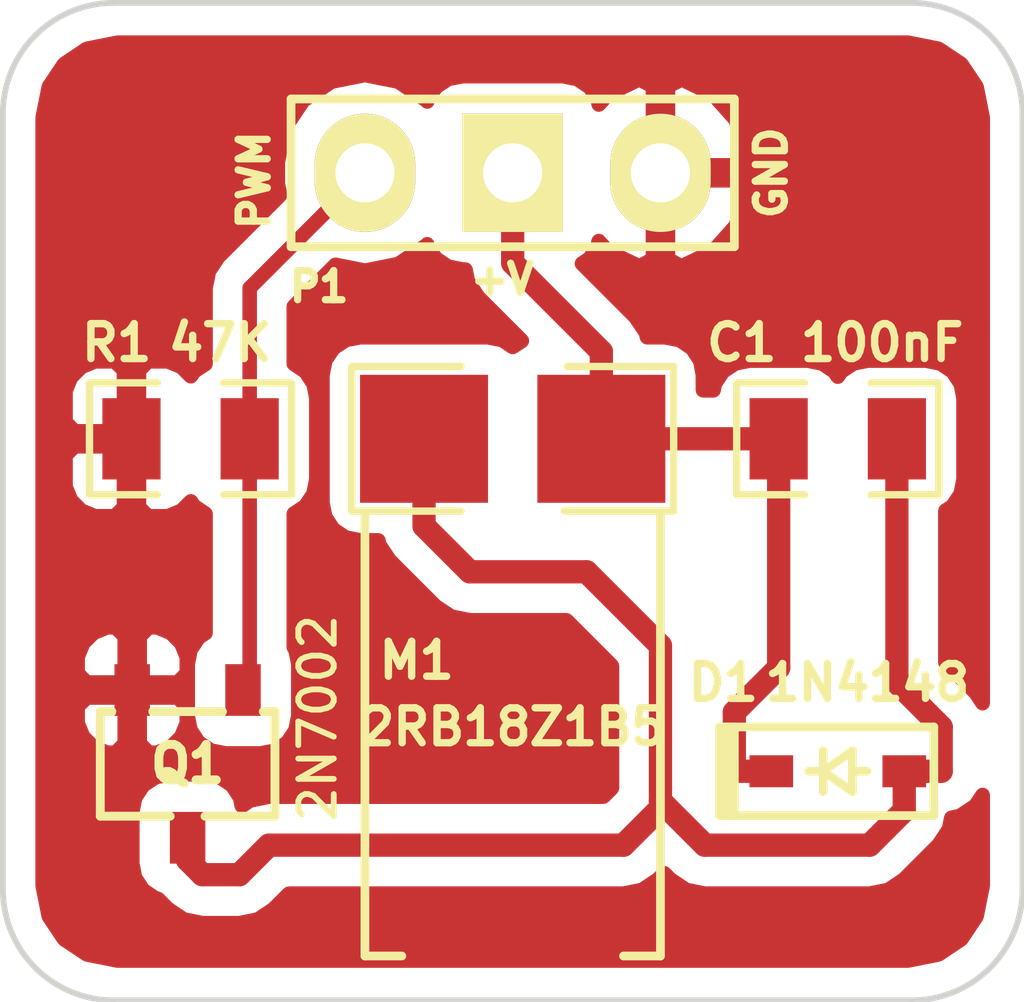
<source format=kicad_pcb>
(kicad_pcb (version 4) (host pcbnew 0.201505162027+5655~23~ubuntu14.04.1-product)

  (general
    (links 10)
    (no_connects 0)
    (area 155.778999 61.544999 173.405001 78.790001)
    (thickness 1.6)
    (drawings 8)
    (tracks 39)
    (zones 0)
    (modules 6)
    (nets 5)
  )

  (page A4)
  (layers
    (0 F.Cu signal)
    (31 B.Cu signal)
    (32 B.Adhes user)
    (33 F.Adhes user)
    (34 B.Paste user)
    (35 F.Paste user)
    (36 B.SilkS user)
    (37 F.SilkS user)
    (38 B.Mask user)
    (39 F.Mask user)
    (40 Dwgs.User user)
    (41 Cmts.User user)
    (42 Eco1.User user)
    (43 Eco2.User user)
    (44 Edge.Cuts user)
    (45 Margin user)
    (46 B.CrtYd user)
    (47 F.CrtYd user)
    (48 B.Fab user)
    (49 F.Fab user)
  )

  (setup
    (last_trace_width 0.25)
    (trace_clearance 0.2)
    (zone_clearance 0.508)
    (zone_45_only no)
    (trace_min 0.2)
    (segment_width 0.2)
    (edge_width 0.1)
    (via_size 0.6)
    (via_drill 0.4)
    (via_min_size 0.4)
    (via_min_drill 0.3)
    (uvia_size 0.3)
    (uvia_drill 0.1)
    (uvias_allowed no)
    (uvia_min_size 0.2)
    (uvia_min_drill 0.1)
    (pcb_text_width 0.3)
    (pcb_text_size 1.5 1.5)
    (mod_edge_width 0.15)
    (mod_text_size 1 1)
    (mod_text_width 0.15)
    (pad_size 1.5 1.5)
    (pad_drill 0.6)
    (pad_to_mask_clearance 0)
    (aux_axis_origin 167.132 64.643)
    (visible_elements FFFFFF7F)
    (pcbplotparams
      (layerselection 0x01020_00000001)
      (usegerberextensions false)
      (excludeedgelayer true)
      (linewidth 0.100000)
      (plotframeref false)
      (viasonmask false)
      (mode 1)
      (useauxorigin false)
      (hpglpennumber 1)
      (hpglpenspeed 20)
      (hpglpendiameter 15)
      (hpglpenoverlay 2)
      (psnegative false)
      (psa4output false)
      (plotreference true)
      (plotvalue true)
      (plotinvisibletext false)
      (padsonsilk false)
      (subtractmaskfromsilk false)
      (outputformat 1)
      (mirror false)
      (drillshape 0)
      (scaleselection 1)
      (outputdirectory gerbers/))
  )

  (net 0 "")
  (net 1 "Net-(C1-Pad2)")
  (net 2 GND)
  (net 3 +5V)
  (net 4 "Net-(P1-Pad3)")

  (net_class Default "This is the default net class."
    (clearance 0.2)
    (trace_width 0.25)
    (via_dia 0.6)
    (via_drill 0.4)
    (uvia_dia 0.3)
    (uvia_drill 0.1)
    (add_net "Net-(P1-Pad3)")
  )

  (net_class Power ""
    (clearance 0.2)
    (trace_width 0.4)
    (via_dia 0.6)
    (via_drill 0.4)
    (uvia_dia 0.3)
    (uvia_drill 0.1)
    (add_net +5V)
    (add_net GND)
    (add_net "Net-(C1-Pad2)")
  )

  (module Vibration_motor (layer F.Cu) (tedit 555B8614) (tstamp 5540F8A3)
    (at 164.592 69.088 180)
    (path /5540F19B)
    (attr smd)
    (fp_text reference M1 (at 1.651 -3.81 360) (layer F.SilkS)
      (effects (font (size 0.6 0.6) (thickness 0.127)))
    )
    (fp_text value 2RB18Z1B5 (at 0 -4.953 360) (layer F.SilkS)
      (effects (font (size 0.6 0.6) (thickness 0.127)))
    )
    (fp_line (start -2.54 -8.89) (end -2.54 -1.27) (layer F.SilkS) (width 0.15))
    (fp_line (start 2.54 -8.89) (end 2.54 -1.27) (layer F.SilkS) (width 0.15))
    (fp_line (start -1.905 -8.89) (end -2.54 -8.89) (layer F.SilkS) (width 0.15))
    (fp_line (start 1.905 -8.89) (end 2.54 -8.89) (layer F.SilkS) (width 0.15))
    (fp_line (start -2.767 -1.243) (end -2.767 1.243) (layer F.SilkS) (width 0.127))
    (fp_line (start -2.74 1.243) (end -0.939 1.243) (layer F.SilkS) (width 0.127))
    (fp_line (start 0.889 -1.243) (end 2.74 -1.243) (layer F.SilkS) (width 0.127))
    (fp_line (start 2.767 -1.243) (end 2.767 1.243) (layer F.SilkS) (width 0.127))
    (fp_line (start 2.74 1.243) (end 0.889 1.243) (layer F.SilkS) (width 0.127))
    (fp_line (start -0.889 -1.243) (end -2.74 -1.243) (layer F.SilkS) (width 0.127))
    (pad 1 smd rect (at -1.524 0 180) (size 2.2 2.2) (layers F.Cu F.Paste F.Mask)
      (net 3 +5V))
    (pad 2 smd rect (at 1.524 0 180) (size 2.2 2.2) (layers F.Cu F.Paste F.Mask)
      (net 1 "Net-(C1-Pad2)"))
    (model smd/chip_cms.wrl
      (at (xyz 0 0 0))
      (scale (xyz 0.17 0.16 0.16))
      (rotate (xyz 0 0 0))
    )
  )

  (module Pin_Header_Straight_1x03_MOD (layer F.Cu) (tedit 555B6F44) (tstamp 555B6B60)
    (at 167.132 64.516 270)
    (descr "Through hole pin header")
    (tags "pin header")
    (path /553FC63F)
    (fp_text reference P1 (at 1.9558 5.8674 360) (layer F.SilkS)
      (effects (font (size 0.5 0.5) (thickness 0.125)))
    )
    (fp_text value CONN (at 0 -3.1 270) (layer F.Fab) hide
      (effects (font (size 1 1) (thickness 0.15)))
    )
    (fp_line (start 1.27 -1.27) (end 1.27 1.27) (layer F.SilkS) (width 0.15))
    (fp_line (start -1.27 1.27) (end -1.27 -1.27) (layer F.SilkS) (width 0.15))
    (fp_text user PWM (at 0.127 6.985 450) (layer F.SilkS)
      (effects (font (size 0.5 0.5) (thickness 0.125)))
    )
    (fp_text user +V (at 1.8288 2.7178 360) (layer F.SilkS)
      (effects (font (size 0.5 0.5) (thickness 0.125)))
    )
    (fp_text user GND (at 0 -1.905 450) (layer F.SilkS)
      (effects (font (size 0.5 0.5) (thickness 0.125)))
    )
    (fp_line (start -1.75 -1.75) (end -1.75 6.85) (layer F.CrtYd) (width 0.05))
    (fp_line (start 1.75 -1.75) (end 1.75 6.85) (layer F.CrtYd) (width 0.05))
    (fp_line (start -1.75 -1.75) (end 1.75 -1.75) (layer F.CrtYd) (width 0.05))
    (fp_line (start -1.75 6.85) (end 1.75 6.85) (layer F.CrtYd) (width 0.05))
    (fp_line (start -1.27 1.27) (end -1.27 6.35) (layer F.SilkS) (width 0.15))
    (fp_line (start -1.27 6.35) (end 1.27 6.35) (layer F.SilkS) (width 0.15))
    (fp_line (start 1.27 6.35) (end 1.27 1.27) (layer F.SilkS) (width 0.15))
    (fp_line (start 1.27 -1.27) (end -1.27 -1.27) (layer F.SilkS) (width 0.15))
    (pad 1 thru_hole oval (at 0 0 270) (size 2.032 1.7272) (drill 1.016) (layers *.Cu *.Mask F.SilkS)
      (net 2 GND))
    (pad 2 thru_hole rect (at 0 2.54 270) (size 2.032 1.7272) (drill 1.016) (layers *.Cu *.Mask F.SilkS)
      (net 3 +5V))
    (pad 3 thru_hole oval (at 0 5.08 270) (size 2.032 1.7272) (drill 1.016) (layers *.Cu *.Mask F.SilkS)
      (net 4 "Net-(P1-Pad3)"))
    (model Pin_Headers.3dshapes/Pin_Header_Straight_1x03.wrl
      (at (xyz 0 -0.1 0))
      (scale (xyz 1 1 1))
      (rotate (xyz 0 0 90))
    )
  )

  (module "module library:SMD0805" (layer F.Cu) (tedit 555201EF) (tstamp 5551F689)
    (at 170.18 69.088)
    (path /553FB5F0)
    (attr smd)
    (fp_text reference C1 (at -1.651 -1.651 180) (layer F.SilkS)
      (effects (font (size 0.6 0.6) (thickness 0.127)))
    )
    (fp_text value 100nF (at 0.762 -1.651 180) (layer F.SilkS)
      (effects (font (size 0.6 0.6) (thickness 0.127)))
    )
    (fp_line (start -0.5715 0.962) (end -1.7335 0.962) (layer F.SilkS) (width 0.127))
    (fp_line (start -1.7375 0.95) (end -1.7375 -0.962) (layer F.SilkS) (width 0.127))
    (fp_line (start -1.7335 -0.962) (end -0.5715 -0.962) (layer F.SilkS) (width 0.127))
    (fp_line (start 0.5715 -0.962) (end 1.7335 -0.962) (layer F.SilkS) (width 0.127))
    (fp_line (start 1.7375 -0.962) (end 1.7375 0.95) (layer F.SilkS) (width 0.127))
    (fp_line (start 1.7335 0.962) (end 0.5715 0.962) (layer F.SilkS) (width 0.127))
    (pad 1 smd rect (at -1.016 0) (size 1 1.397) (layers F.Cu F.Paste F.Mask)
      (net 3 +5V))
    (pad 2 smd rect (at 1.016 0) (size 1 1.397) (layers F.Cu F.Paste F.Mask)
      (net 1 "Net-(C1-Pad2)"))
    (model smd/chip_cms.wrl
      (at (xyz 0 0 0))
      (scale (xyz 0.1 0.1 0.1))
      (rotate (xyz 0 0 0))
    )
  )

  (module "module library:SMD0805" (layer F.Cu) (tedit 55520218) (tstamp 5551F6DD)
    (at 159.0548 69.088 180)
    (path /553FB565)
    (attr smd)
    (fp_text reference R1 (at 1.27 1.651 360) (layer F.SilkS)
      (effects (font (size 0.6 0.6) (thickness 0.127)))
    )
    (fp_text value 47K (at -0.508 1.651 360) (layer F.SilkS)
      (effects (font (size 0.6 0.6) (thickness 0.127)))
    )
    (fp_line (start -0.5715 0.962) (end -1.7335 0.962) (layer F.SilkS) (width 0.127))
    (fp_line (start -1.7375 0.95) (end -1.7375 -0.962) (layer F.SilkS) (width 0.127))
    (fp_line (start -1.7335 -0.962) (end -0.5715 -0.962) (layer F.SilkS) (width 0.127))
    (fp_line (start 0.5715 -0.962) (end 1.7335 -0.962) (layer F.SilkS) (width 0.127))
    (fp_line (start 1.7375 -0.962) (end 1.7375 0.95) (layer F.SilkS) (width 0.127))
    (fp_line (start 1.7335 0.962) (end 0.5715 0.962) (layer F.SilkS) (width 0.127))
    (pad 1 smd rect (at -1.016 0 180) (size 1 1.397) (layers F.Cu F.Paste F.Mask)
      (net 4 "Net-(P1-Pad3)"))
    (pad 2 smd rect (at 1.016 0 180) (size 1 1.397) (layers F.Cu F.Paste F.Mask)
      (net 2 GND))
    (model smd/chip_cms.wrl
      (at (xyz 0 0 0))
      (scale (xyz 0.1 0.1 0.1))
      (rotate (xyz 0 0 0))
    )
  )

  (module "module library:SOD-323" (layer F.Cu) (tedit 55520412) (tstamp 5551FB8B)
    (at 170.18 74.803)
    (descr SOD-323)
    (tags SOD-323)
    (path /5540F39F)
    (attr smd)
    (fp_text reference D1 (at -1.9685 -1.524) (layer F.SilkS)
      (effects (font (size 0.6 0.6) (thickness 0.127)))
    )
    (fp_text value 1N4148 (at 0.508 -1.524) (layer F.SilkS)
      (effects (font (size 0.6 0.6) (thickness 0.127)))
    )
    (fp_line (start -2.032 -0.762) (end -1.778 -0.762) (layer F.SilkS) (width 0.15))
    (fp_line (start -2.032 -0.762) (end -2.032 0.762) (layer F.SilkS) (width 0.15))
    (fp_line (start -1.905 0.762) (end -1.905 -0.762) (layer F.SilkS) (width 0.15))
    (fp_line (start -1.778 -0.762) (end -1.778 0.762) (layer F.SilkS) (width 0.15))
    (fp_line (start 1.651 -0.762) (end 1.651 0.762) (layer F.SilkS) (width 0.15))
    (fp_line (start -1.905 -0.762) (end 1.651 -0.762) (layer F.SilkS) (width 0.15))
    (fp_line (start 1.651 0.762) (end -2.032 0.762) (layer F.SilkS) (width 0.15))
    (fp_line (start 0.25 0) (end 0.5 0) (layer F.SilkS) (width 0.15))
    (fp_line (start -0.25 0) (end -0.5 0) (layer F.SilkS) (width 0.15))
    (fp_line (start -0.25 0) (end 0.25 -0.35) (layer F.SilkS) (width 0.15))
    (fp_line (start 0.25 -0.35) (end 0.25 0.35) (layer F.SilkS) (width 0.15))
    (fp_line (start 0.25 0.35) (end -0.25 0) (layer F.SilkS) (width 0.15))
    (fp_line (start -0.25 -0.35) (end -0.25 0.35) (layer F.SilkS) (width 0.15))
    (fp_line (start -1.6905 -0.95) (end 1.63 -0.95) (layer F.CrtYd) (width 0.05))
    (fp_line (start 1.627 -0.95) (end 1.627 0.95) (layer F.CrtYd) (width 0.05))
    (fp_line (start -1.6905 0.95) (end 1.63 0.95) (layer F.CrtYd) (width 0.05))
    (fp_line (start -1.6905 -0.95) (end -1.6905 0.95) (layer F.CrtYd) (width 0.05))
    (pad 1 smd rect (at -1.143 0) (size 0.75 0.55) (layers F.Cu F.Paste F.Mask)
      (net 3 +5V))
    (pad 2 smd rect (at 1.143 0) (size 0.75 0.55) (layers F.Cu F.Paste F.Mask)
      (net 1 "Net-(C1-Pad2)"))
  )

  (module "module library:SOT23-5_MOD_PINOUT" (layer F.Cu) (tedit 555B8867) (tstamp 555206F9)
    (at 159.004 74.676 180)
    (tags SOT23-5_Opendous)
    (path /553FBAA5)
    (attr smd)
    (fp_text reference Q1 (at 0 0 180) (layer F.SilkS)
      (effects (font (size 0.6096 0.6096) (thickness 0.1524)))
    )
    (fp_text value 2N7002 (at -2.2352 0.7874 450) (layer F.SilkS)
      (effects (font (size 0.6096 0.6096) (thickness 0.1)))
    )
    (fp_line (start -0.59944 0.89916) (end 0.59944 0.89916) (layer F.SilkS) (width 0.1524))
    (fp_line (start -1.30048 -0.89916) (end -0.29972 -0.89916) (layer F.SilkS) (width 0.1524))
    (fp_line (start 1.30048 -0.89916) (end 0.29972 -0.89916) (layer F.SilkS) (width 0.1524))
    (fp_line (start -1.50114 -0.89916) (end -1.30048 -0.89916) (layer F.SilkS) (width 0.1524))
    (fp_line (start -1.50114 -0.89916) (end -1.50114 0.89916) (layer F.SilkS) (width 0.1524))
    (fp_line (start -1.50114 0.89916) (end -1.30048 0.89916) (layer F.SilkS) (width 0.1524))
    (fp_line (start 1.50114 0.89916) (end 1.30048 0.89916) (layer F.SilkS) (width 0.1524))
    (fp_line (start 1.50114 -0.89916) (end 1.30048 -0.89916) (layer F.SilkS) (width 0.1524))
    (fp_line (start 1.50114 0.89916) (end 1.50114 -0.89916) (layer F.SilkS) (width 0.1524))
    (pad 3 smd rect (at 0.9525 1.27 180) (size 0.6096 0.889) (layers F.Cu F.Paste F.Mask)
      (net 2 GND))
    (pad 2 smd rect (at -0.9525 1.27 180) (size 0.6096 0.889) (layers F.Cu F.Paste F.Mask)
      (net 4 "Net-(P1-Pad3)"))
    (pad 1 smd rect (at 0 -1.27 180) (size 0.6096 0.889) (layers F.Cu F.Paste F.Mask)
      (net 1 "Net-(C1-Pad2)"))
    (model techno/SOT23_6.wrl
      (at (xyz 0 0 0.001))
      (scale (xyz 0.3937 0.3937 0.3937))
      (rotate (xyz -90 0 0))
    )
  )

  (gr_line (start 171.45 78.74) (end 157.734 78.74) (angle 90) (layer Edge.Cuts) (width 0.1))
  (gr_line (start 157.734 61.595) (end 171.45 61.595) (angle 90) (layer Edge.Cuts) (width 0.1))
  (gr_line (start 155.829 63.5) (end 155.829 76.835) (angle 90) (layer Edge.Cuts) (width 0.1))
  (gr_line (start 173.355 63.5) (end 173.355 76.835) (angle 90) (layer Edge.Cuts) (width 0.1))
  (gr_arc (start 157.734 76.835) (end 157.734 78.74) (angle 90) (layer Edge.Cuts) (width 0.1))
  (gr_arc (start 171.45 76.835) (end 173.355 76.835) (angle 90) (layer Edge.Cuts) (width 0.1))
  (gr_arc (start 157.734 63.5) (end 155.829 63.5) (angle 90) (layer Edge.Cuts) (width 0.1))
  (gr_arc (start 171.45 63.5) (end 171.45 61.595) (angle 90) (layer Edge.Cuts) (width 0.1))

  (segment (start 171.323 74.803) (end 171.196 74.803) (width 0.4) (layer F.Cu) (net 1))
  (segment (start 171.958 74.803) (end 171.323 74.803) (width 0.4) (layer F.Cu) (net 1))
  (segment (start 171.958 74.041) (end 171.958 74.803) (width 0.4) (layer F.Cu) (net 1))
  (segment (start 171.196 73.279) (end 171.958 74.041) (width 0.4) (layer F.Cu) (net 1))
  (segment (start 171.196 69.088) (end 171.196 73.279) (width 0.4) (layer F.Cu) (net 1))
  (segment (start 170.728 76.073) (end 171.323 75.478) (width 0.4) (layer F.Cu) (net 1))
  (segment (start 167.894 76.073) (end 170.728 76.073) (width 0.4) (layer F.Cu) (net 1))
  (segment (start 171.323 75.478) (end 171.323 74.803) (width 0.4) (layer F.Cu) (net 1))
  (segment (start 167.132 75.311) (end 167.894 76.073) (width 0.4) (layer F.Cu) (net 1))
  (segment (start 165.862 71.374) (end 167.132 72.644) (width 0.4) (layer F.Cu) (net 1))
  (segment (start 163.854 71.374) (end 165.862 71.374) (width 0.4) (layer F.Cu) (net 1))
  (segment (start 167.132 72.644) (end 167.132 75.311) (width 0.4) (layer F.Cu) (net 1))
  (segment (start 163.068 70.588) (end 163.854 71.374) (width 0.4) (layer F.Cu) (net 1))
  (segment (start 163.068 69.088) (end 163.068 70.588) (width 0.4) (layer F.Cu) (net 1))
  (segment (start 167.132 75.311) (end 167.132 75.438) (width 0.4) (layer F.Cu) (net 1))
  (segment (start 167.132 75.438) (end 166.497 76.073) (width 0.4) (layer F.Cu) (net 1))
  (segment (start 166.497 76.073) (end 160.401 76.073) (width 0.4) (layer F.Cu) (net 1))
  (segment (start 160.401 76.073) (end 159.893 76.581) (width 0.4) (layer F.Cu) (net 1))
  (segment (start 159.004 75.946) (end 159.004 76.327) (width 0.4) (layer F.Cu) (net 1))
  (segment (start 159.258 76.581) (end 159.893 76.581) (width 0.4) (layer F.Cu) (net 1))
  (segment (start 159.004 76.327) (end 159.258 76.581) (width 0.4) (layer F.Cu) (net 1))
  (segment (start 158.0515 73.406) (end 158.0515 69.1007) (width 0.4) (layer F.Cu) (net 2))
  (segment (start 158.0515 69.1007) (end 158.0388 69.088) (width 0.4) (layer F.Cu) (net 2) (tstamp 5558BC80))
  (segment (start 157.988 73.3425) (end 158.0515 73.406) (width 0.4) (layer F.Cu) (net 2) (tstamp 55588DE0))
  (segment (start 157.988 73.3425) (end 158.0515 73.406) (width 0.4) (layer F.Cu) (net 2) (tstamp 55520079))
  (segment (start 169.164 73.025) (end 168.402 73.787) (width 0.4) (layer F.Cu) (net 3) (tstamp 5552003D))
  (segment (start 168.402 73.787) (end 168.402 74.803) (width 0.4) (layer F.Cu) (net 3) (tstamp 5552003E))
  (segment (start 168.402 74.803) (end 169.037 74.803) (width 0.4) (layer F.Cu) (net 3) (tstamp 5552003F))
  (segment (start 166.116 69.088) (end 169.164 69.088) (width 0.4) (layer F.Cu) (net 3))
  (segment (start 169.164 69.088) (end 169.164 73.025) (width 0.4) (layer F.Cu) (net 3))
  (segment (start 164.592 66.0654) (end 166.116 67.5894) (width 0.4) (layer F.Cu) (net 3) (tstamp 555B6CB8))
  (segment (start 166.116 67.5894) (end 166.116 69.088) (width 0.4) (layer F.Cu) (net 3) (tstamp 555B6CBA))
  (segment (start 164.592 64.516) (end 164.592 66.0654) (width 0.4) (layer F.Cu) (net 3))
  (segment (start 160.0708 69.088) (end 160.0708 73.2917) (width 0.25) (layer F.Cu) (net 4))
  (segment (start 160.0708 73.2917) (end 159.9565 73.406) (width 0.25) (layer F.Cu) (net 4) (tstamp 5558BC7C))
  (segment (start 160.02 73.3425) (end 159.9565 73.406) (width 0.25) (layer F.Cu) (net 4) (tstamp 55588DDD))
  (segment (start 160.02 73.3425) (end 159.9565 73.406) (width 0.25) (layer F.Cu) (net 4) (tstamp 5552007C))
  (segment (start 160.0708 66.4972) (end 162.052 64.516) (width 0.25) (layer F.Cu) (net 4) (tstamp 555B6CB0))
  (segment (start 160.0708 69.088) (end 160.0708 66.4972) (width 0.25) (layer F.Cu) (net 4))

  (zone (net 2) (net_name GND) (layer F.Cu) (tstamp 554144DE) (hatch edge 0.508)
    (connect_pads (clearance 0.508))
    (min_thickness 0.254)
    (fill yes (arc_segments 16) (thermal_gap 0.508) (thermal_bridge_width 0.508))
    (polygon
      (pts
        (xy 157.607 61.722) (xy 157.353 61.722) (xy 156.972 61.849) (xy 156.591 62.103) (xy 156.337 62.357)
        (xy 156.083 62.738) (xy 155.956 63.119) (xy 155.956 63.373) (xy 155.956 77.089) (xy 156.083 77.5335)
        (xy 156.2735 77.851) (xy 156.464 78.105) (xy 156.7815 78.359) (xy 157.1625 78.5495) (xy 157.48 78.613)
        (xy 171.577 78.613) (xy 171.958 78.5495) (xy 172.2755 78.4225) (xy 172.593 78.232) (xy 172.847 77.978)
        (xy 173.0375 77.6605) (xy 173.1645 77.343) (xy 173.228 77.1525) (xy 173.228 63.1825) (xy 173.101 62.8015)
        (xy 172.9105 62.484) (xy 172.6565 62.1665) (xy 172.2755 61.9125) (xy 171.831 61.722) (xy 157.607 61.722)
      )
    )
    (filled_polygon
      (pts
        (xy 172.67 76.767534) (xy 172.564735 77.296738) (xy 172.303181 77.688179) (xy 171.911738 77.949734) (xy 171.382533 78.055)
        (xy 157.9245 78.055) (xy 157.9245 74.32675) (xy 157.9245 73.533) (xy 157.9245 73.279) (xy 157.9245 72.48525)
        (xy 157.9118 72.47255) (xy 157.9118 70.26275) (xy 157.9118 69.215) (xy 157.9118 68.961) (xy 157.9118 67.91325)
        (xy 157.75305 67.7545) (xy 157.412491 67.7545) (xy 157.179102 67.851173) (xy 157.000473 68.029801) (xy 156.9038 68.26319)
        (xy 156.9038 68.515809) (xy 156.9038 68.80225) (xy 157.06255 68.961) (xy 157.9118 68.961) (xy 157.9118 69.215)
        (xy 157.06255 69.215) (xy 156.9038 69.37375) (xy 156.9038 69.660191) (xy 156.9038 69.91281) (xy 157.000473 70.146199)
        (xy 157.179102 70.324827) (xy 157.412491 70.4215) (xy 157.75305 70.4215) (xy 157.9118 70.26275) (xy 157.9118 72.47255)
        (xy 157.76575 72.3265) (xy 157.620391 72.3265) (xy 157.387002 72.423173) (xy 157.208373 72.601801) (xy 157.1117 72.83519)
        (xy 157.1117 73.087809) (xy 157.1117 73.12025) (xy 157.27045 73.279) (xy 157.9245 73.279) (xy 157.9245 73.533)
        (xy 157.27045 73.533) (xy 157.1117 73.69175) (xy 157.1117 73.724191) (xy 157.1117 73.97681) (xy 157.208373 74.210199)
        (xy 157.387002 74.388827) (xy 157.620391 74.4855) (xy 157.76575 74.4855) (xy 157.9245 74.32675) (xy 157.9245 78.055)
        (xy 157.801465 78.055) (xy 157.272261 77.949735) (xy 156.88082 77.688181) (xy 156.619265 77.296738) (xy 156.514 76.767533)
        (xy 156.514 63.567466) (xy 156.619265 63.038261) (xy 156.88082 62.646818) (xy 157.272261 62.385264) (xy 157.801465 62.28)
        (xy 171.382533 62.28) (xy 171.911738 62.385265) (xy 172.303181 62.64682) (xy 172.564735 63.038261) (xy 172.67 63.567465)
        (xy 172.67 73.632501) (xy 172.548434 73.450566) (xy 172.031 72.933132) (xy 172.031 70.325952) (xy 172.150927 70.247173)
        (xy 172.293377 70.03614) (xy 172.34344 69.7865) (xy 172.34344 68.3895) (xy 172.296463 68.147377) (xy 172.156673 67.934573)
        (xy 171.94564 67.792123) (xy 171.696 67.74206) (xy 170.696 67.74206) (xy 170.453877 67.789037) (xy 170.241073 67.928827)
        (xy 170.180168 68.019054) (xy 170.124673 67.934573) (xy 169.91364 67.792123) (xy 169.664 67.74206) (xy 168.664 67.74206)
        (xy 168.617184 67.751143) (xy 168.617184 64.877913) (xy 168.617184 64.154087) (xy 168.423954 63.60168) (xy 168.034036 63.165268)
        (xy 167.506791 62.911291) (xy 167.491026 62.908642) (xy 167.259 63.029783) (xy 167.259 64.389) (xy 168.472924 64.389)
        (xy 168.617184 64.154087) (xy 168.617184 64.877913) (xy 168.472924 64.643) (xy 167.259 64.643) (xy 167.259 66.002217)
        (xy 167.491026 66.123358) (xy 167.506791 66.120709) (xy 168.034036 65.866732) (xy 168.423954 65.43032) (xy 168.617184 64.877913)
        (xy 168.617184 67.751143) (xy 168.421877 67.789037) (xy 168.209073 67.928827) (xy 168.066623 68.13986) (xy 168.043933 68.253)
        (xy 167.86344 68.253) (xy 167.86344 67.988) (xy 167.816463 67.745877) (xy 167.676673 67.533073) (xy 167.46564 67.390623)
        (xy 167.216 67.34056) (xy 166.901502 67.34056) (xy 166.887439 67.26986) (xy 166.887439 67.269859) (xy 166.706434 66.998966)
        (xy 165.78355 66.076082) (xy 165.910527 65.992673) (xy 166.052977 65.78164) (xy 166.071483 65.689354) (xy 166.229964 65.866732)
        (xy 166.757209 66.120709) (xy 166.772974 66.123358) (xy 167.005 66.002217) (xy 167.005 64.643) (xy 166.985 64.643)
        (xy 166.985 64.389) (xy 167.005 64.389) (xy 167.005 63.029783) (xy 166.772974 62.908642) (xy 166.757209 62.911291)
        (xy 166.229964 63.165268) (xy 166.072326 63.341701) (xy 166.056063 63.257877) (xy 165.916273 63.045073) (xy 165.70524 62.902623)
        (xy 165.4556 62.85256) (xy 163.7284 62.85256) (xy 163.486277 62.899537) (xy 163.273473 63.039327) (xy 163.131023 63.25036)
        (xy 163.123281 63.288962) (xy 163.11167 63.271585) (xy 162.625489 62.946729) (xy 162.052 62.832655) (xy 161.478511 62.946729)
        (xy 160.99233 63.271585) (xy 160.667474 63.757766) (xy 160.5534 64.331255) (xy 160.5534 64.700745) (xy 160.593061 64.900136)
        (xy 159.533399 65.959799) (xy 159.368652 66.206361) (xy 159.3108 66.4972) (xy 159.3108 67.80078) (xy 159.115873 67.928827)
        (xy 159.059567 68.012241) (xy 158.898498 67.851173) (xy 158.665109 67.7545) (xy 158.32455 67.7545) (xy 158.1658 67.91325)
        (xy 158.1658 68.961) (xy 158.1858 68.961) (xy 158.1858 69.215) (xy 158.1658 69.215) (xy 158.1658 70.26275)
        (xy 158.32455 70.4215) (xy 158.665109 70.4215) (xy 158.898498 70.324827) (xy 159.059289 70.164036) (xy 159.110127 70.241427)
        (xy 159.3108 70.376883) (xy 159.3108 72.425923) (xy 159.196773 72.500827) (xy 159.054323 72.71186) (xy 159.00426 72.9615)
        (xy 159.00426 73.8505) (xy 159.051237 74.092623) (xy 159.191027 74.305427) (xy 159.40206 74.447877) (xy 159.6517 74.49794)
        (xy 160.2613 74.49794) (xy 160.503423 74.450963) (xy 160.716227 74.311173) (xy 160.858677 74.10014) (xy 160.90874 73.8505)
        (xy 160.90874 72.9615) (xy 160.861763 72.719377) (xy 160.8308 72.672241) (xy 160.8308 70.375219) (xy 161.025727 70.247173)
        (xy 161.168177 70.03614) (xy 161.21824 69.7865) (xy 161.21824 68.3895) (xy 161.171263 68.147377) (xy 161.031473 67.934573)
        (xy 160.8308 67.799116) (xy 160.8308 66.812002) (xy 161.54442 66.098381) (xy 162.052 66.199345) (xy 162.625489 66.085271)
        (xy 163.11167 65.760415) (xy 163.122215 65.744632) (xy 163.127937 65.774123) (xy 163.267727 65.986927) (xy 163.47876 66.129377)
        (xy 163.7284 66.17944) (xy 163.779684 66.17944) (xy 163.820561 66.384941) (xy 164.001566 66.655834) (xy 164.749368 67.403636)
        (xy 164.591018 67.507655) (xy 164.41764 67.390623) (xy 164.168 67.34056) (xy 161.968 67.34056) (xy 161.725877 67.387537)
        (xy 161.513073 67.527327) (xy 161.370623 67.73836) (xy 161.32056 67.988) (xy 161.32056 70.188) (xy 161.367537 70.430123)
        (xy 161.507327 70.642927) (xy 161.71836 70.785377) (xy 161.968 70.83544) (xy 162.282219 70.83544) (xy 162.296561 70.907541)
        (xy 162.477566 71.178434) (xy 163.263566 71.964434) (xy 163.534459 72.145439) (xy 163.53446 72.145439) (xy 163.854 72.209)
        (xy 165.516132 72.209) (xy 166.297 72.989868) (xy 166.297 75.092132) (xy 166.151132 75.238) (xy 160.401 75.238)
        (xy 160.081459 75.301561) (xy 159.946012 75.392063) (xy 159.93627 75.398573) (xy 159.909263 75.259377) (xy 159.769473 75.046573)
        (xy 159.55844 74.904123) (xy 159.3088 74.85406) (xy 158.9913 74.85406) (xy 158.9913 73.97681) (xy 158.9913 73.724191)
        (xy 158.9913 73.69175) (xy 158.9913 73.12025) (xy 158.9913 73.087809) (xy 158.9913 72.83519) (xy 158.894627 72.601801)
        (xy 158.715998 72.423173) (xy 158.482609 72.3265) (xy 158.33725 72.3265) (xy 158.1785 72.48525) (xy 158.1785 73.279)
        (xy 158.83255 73.279) (xy 158.9913 73.12025) (xy 158.9913 73.69175) (xy 158.83255 73.533) (xy 158.1785 73.533)
        (xy 158.1785 74.32675) (xy 158.33725 74.4855) (xy 158.482609 74.4855) (xy 158.715998 74.388827) (xy 158.894627 74.210199)
        (xy 158.9913 73.97681) (xy 158.9913 74.85406) (xy 158.6992 74.85406) (xy 158.457077 74.901037) (xy 158.244273 75.040827)
        (xy 158.101823 75.25186) (xy 158.05176 75.5015) (xy 158.05176 76.3905) (xy 158.098737 76.632623) (xy 158.238527 76.845427)
        (xy 158.44956 76.987877) (xy 158.49265 76.996518) (xy 158.667566 77.171434) (xy 158.938459 77.352439) (xy 158.93846 77.352439)
        (xy 159.258 77.416) (xy 159.893 77.416) (xy 160.21254 77.352439) (xy 160.212541 77.352439) (xy 160.483434 77.171434)
        (xy 160.746868 76.908) (xy 166.497 76.908) (xy 166.81654 76.844439) (xy 166.816541 76.844439) (xy 167.087434 76.663434)
        (xy 167.1955 76.555368) (xy 167.303566 76.663434) (xy 167.574459 76.844439) (xy 167.57446 76.84444) (xy 167.894 76.908)
        (xy 170.728 76.908) (xy 171.04754 76.844439) (xy 171.047541 76.844439) (xy 171.318434 76.663434) (xy 171.913434 76.068434)
        (xy 172.094439 75.797541) (xy 172.094439 75.79754) (xy 172.133102 75.603169) (xy 172.277541 75.574439) (xy 172.548434 75.393434)
        (xy 172.67 75.211497) (xy 172.67 76.767534)
      )
    )
  )
)

</source>
